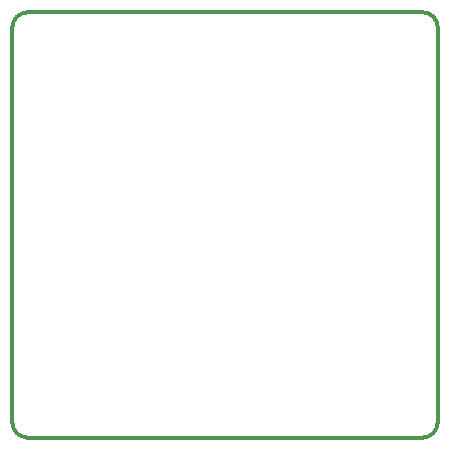
<source format=gbr>
%TF.GenerationSoftware,Altium Limited,Altium Designer,24.6.1 (21)*%
G04 Layer_Color=16711935*
%FSLAX45Y45*%
%MOMM*%
%TF.SameCoordinates,4B1D9C49-5ED8-45E5-B71D-261F0C762659*%
%TF.FilePolarity,Positive*%
%TF.FileFunction,Other,Mechanical_1*%
%TF.Part,Single*%
G01*
G75*
%TA.AperFunction,NonConductor*%
%ADD48C,0.30000*%
D48*
X8000000Y6127000D02*
G03*
X8127000Y6000000I127000J0D01*
G01*
Y9600000D02*
G03*
X8000000Y9473000I0J-127000D01*
G01*
X11600000D02*
G03*
X11473000Y9600000I-127000J0D01*
G01*
Y6000000D02*
G03*
X11600000Y6127000I0J127000D01*
G01*
X8127000Y6000000D02*
X8300000D01*
X8000000Y6127000D02*
Y9473000D01*
X8127000Y9600000D02*
X11473000D01*
X11600000Y6127000D02*
Y9473000D01*
X8300000Y6000000D02*
X11473000D01*
%TF.MD5,3c860ddb72236567db1b91d8e1b70de9*%
M02*

</source>
